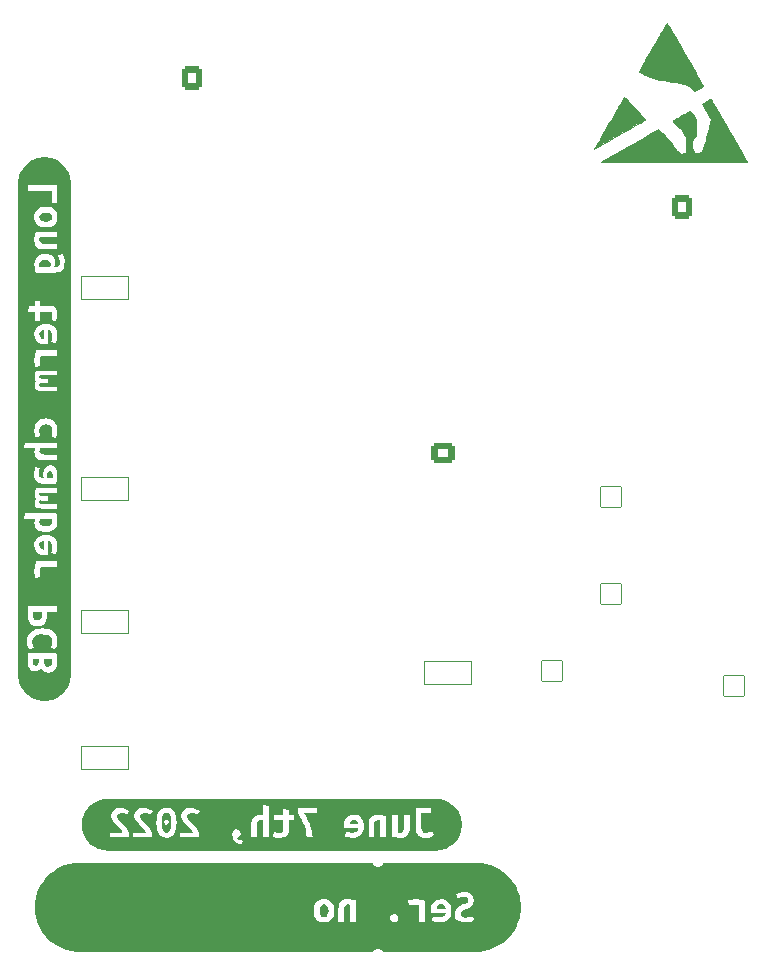
<source format=gbo>
%TF.GenerationSoftware,KiCad,Pcbnew,(6.0.5)*%
%TF.CreationDate,2022-06-07T15:07:26+00:00*%
%TF.ProjectId,co2_sensor_node,636f325f-7365-46e7-936f-725f6e6f6465,rev?*%
%TF.SameCoordinates,Original*%
%TF.FileFunction,Legend,Bot*%
%TF.FilePolarity,Positive*%
%FSLAX46Y46*%
G04 Gerber Fmt 4.6, Leading zero omitted, Abs format (unit mm)*
G04 Created by KiCad (PCBNEW (6.0.5)) date 2022-06-07 15:07:26*
%MOMM*%
%LPD*%
G01*
G04 APERTURE LIST*
G04 Aperture macros list*
%AMRoundRect*
0 Rectangle with rounded corners*
0 $1 Rounding radius*
0 $2 $3 $4 $5 $6 $7 $8 $9 X,Y pos of 4 corners*
0 Add a 4 corners polygon primitive as box body*
4,1,4,$2,$3,$4,$5,$6,$7,$8,$9,$2,$3,0*
0 Add four circle primitives for the rounded corners*
1,1,$1+$1,$2,$3*
1,1,$1+$1,$4,$5*
1,1,$1+$1,$6,$7*
1,1,$1+$1,$8,$9*
0 Add four rect primitives between the rounded corners*
20,1,$1+$1,$2,$3,$4,$5,0*
20,1,$1+$1,$4,$5,$6,$7,0*
20,1,$1+$1,$6,$7,$8,$9,0*
20,1,$1+$1,$8,$9,$2,$3,0*%
G04 Aperture macros list end*
%ADD10C,0.010000*%
%ADD11RoundRect,0.015000X0.850000X0.850000X-0.850000X0.850000X-0.850000X-0.850000X0.850000X-0.850000X0*%
%ADD12O,1.730000X1.730000*%
%ADD13C,2.030000*%
%ADD14RoundRect,0.015000X1.980000X-0.990000X1.980000X0.990000X-1.980000X0.990000X-1.980000X-0.990000X0*%
%ADD15O,3.990000X2.010000*%
%ADD16C,3.230000*%
%ADD17RoundRect,0.015000X0.850000X-0.850000X0.850000X0.850000X-0.850000X0.850000X-0.850000X-0.850000X0*%
%ADD18RoundRect,0.265000X-0.725000X0.600000X-0.725000X-0.600000X0.725000X-0.600000X0.725000X0.600000X0*%
%ADD19O,1.980000X1.730000*%
%ADD20RoundRect,0.015000X-0.850000X-0.850000X0.850000X-0.850000X0.850000X0.850000X-0.850000X0.850000X0*%
%ADD21C,1.230000*%
%ADD22RoundRect,0.265000X-0.750000X0.600000X-0.750000X-0.600000X0.750000X-0.600000X0.750000X0.600000X0*%
%ADD23O,2.030000X1.730000*%
%ADD24RoundRect,0.265000X-0.600000X-0.725000X0.600000X-0.725000X0.600000X0.725000X-0.600000X0.725000X0*%
%ADD25O,1.730000X1.980000*%
%ADD26RoundRect,0.015000X-0.800000X-0.800000X0.800000X-0.800000X0.800000X0.800000X-0.800000X0.800000X0*%
%ADD27C,1.630000*%
%ADD28C,1.030000*%
%ADD29RoundRect,0.015000X-1.980000X0.990000X-1.980000X-0.990000X1.980000X-0.990000X1.980000X0.990000X0*%
G04 APERTURE END LIST*
%TO.C,REF\u002A\u002A*%
G36*
X174191121Y-66646350D02*
G01*
X174214186Y-66681023D01*
X174265001Y-66764324D01*
X174341015Y-66891823D01*
X174439674Y-67059091D01*
X174558426Y-67261699D01*
X174694719Y-67495218D01*
X174846001Y-67755216D01*
X175009719Y-68037266D01*
X175183320Y-68336937D01*
X175364253Y-68649801D01*
X175549964Y-68971427D01*
X175737902Y-69297386D01*
X175925515Y-69623248D01*
X176110249Y-69944584D01*
X176289552Y-70256965D01*
X176460872Y-70555961D01*
X176621657Y-70837143D01*
X176769354Y-71096080D01*
X176901411Y-71328344D01*
X177015275Y-71529505D01*
X177108395Y-71695134D01*
X177178217Y-71820800D01*
X177222189Y-71902075D01*
X177237759Y-71934529D01*
X177237774Y-71934776D01*
X177212666Y-71968832D01*
X177140517Y-72026559D01*
X177028834Y-72102494D01*
X176885122Y-72191175D01*
X176788746Y-72247905D01*
X176650065Y-72326793D01*
X176553469Y-72376509D01*
X176492485Y-72399849D01*
X176460640Y-72399612D01*
X176451464Y-72378594D01*
X176450765Y-72375167D01*
X176424537Y-72333364D01*
X176368000Y-72262279D01*
X176291572Y-72175167D01*
X176256311Y-72137750D01*
X176146964Y-72037024D01*
X176026044Y-71950931D01*
X175886365Y-71876947D01*
X175720741Y-71812546D01*
X175521985Y-71755204D01*
X175282910Y-71702397D01*
X174996332Y-71651600D01*
X174655063Y-71600290D01*
X174262269Y-71542454D01*
X173882549Y-71480346D01*
X173550521Y-71418088D01*
X173258764Y-71353884D01*
X172999854Y-71285938D01*
X172766367Y-71212453D01*
X172550881Y-71131635D01*
X172345971Y-71041687D01*
X172195377Y-70967509D01*
X172051530Y-70889450D01*
X171937773Y-70819764D01*
X171862998Y-70763930D01*
X171836098Y-70727429D01*
X171836892Y-70724740D01*
X171858561Y-70681724D01*
X171907690Y-70591645D01*
X171981371Y-70459544D01*
X172076695Y-70290466D01*
X172190753Y-70089455D01*
X172320637Y-69861552D01*
X172463438Y-69611802D01*
X172616248Y-69345248D01*
X172776158Y-69066934D01*
X172940260Y-68781902D01*
X173105644Y-68495197D01*
X173269403Y-68211860D01*
X173428627Y-67936937D01*
X173580408Y-67675469D01*
X173721838Y-67432501D01*
X173850008Y-67213076D01*
X173962009Y-67022237D01*
X174054933Y-66865028D01*
X174125871Y-66746491D01*
X174171915Y-66671671D01*
X174190155Y-66645610D01*
X174191121Y-66646350D01*
G37*
D10*
X174191121Y-66646350D02*
X174214186Y-66681023D01*
X174265001Y-66764324D01*
X174341015Y-66891823D01*
X174439674Y-67059091D01*
X174558426Y-67261699D01*
X174694719Y-67495218D01*
X174846001Y-67755216D01*
X175009719Y-68037266D01*
X175183320Y-68336937D01*
X175364253Y-68649801D01*
X175549964Y-68971427D01*
X175737902Y-69297386D01*
X175925515Y-69623248D01*
X176110249Y-69944584D01*
X176289552Y-70256965D01*
X176460872Y-70555961D01*
X176621657Y-70837143D01*
X176769354Y-71096080D01*
X176901411Y-71328344D01*
X177015275Y-71529505D01*
X177108395Y-71695134D01*
X177178217Y-71820800D01*
X177222189Y-71902075D01*
X177237759Y-71934529D01*
X177237774Y-71934776D01*
X177212666Y-71968832D01*
X177140517Y-72026559D01*
X177028834Y-72102494D01*
X176885122Y-72191175D01*
X176788746Y-72247905D01*
X176650065Y-72326793D01*
X176553469Y-72376509D01*
X176492485Y-72399849D01*
X176460640Y-72399612D01*
X176451464Y-72378594D01*
X176450765Y-72375167D01*
X176424537Y-72333364D01*
X176368000Y-72262279D01*
X176291572Y-72175167D01*
X176256311Y-72137750D01*
X176146964Y-72037024D01*
X176026044Y-71950931D01*
X175886365Y-71876947D01*
X175720741Y-71812546D01*
X175521985Y-71755204D01*
X175282910Y-71702397D01*
X174996332Y-71651600D01*
X174655063Y-71600290D01*
X174262269Y-71542454D01*
X173882549Y-71480346D01*
X173550521Y-71418088D01*
X173258764Y-71353884D01*
X172999854Y-71285938D01*
X172766367Y-71212453D01*
X172550881Y-71131635D01*
X172345971Y-71041687D01*
X172195377Y-70967509D01*
X172051530Y-70889450D01*
X171937773Y-70819764D01*
X171862998Y-70763930D01*
X171836098Y-70727429D01*
X171836892Y-70724740D01*
X171858561Y-70681724D01*
X171907690Y-70591645D01*
X171981371Y-70459544D01*
X172076695Y-70290466D01*
X172190753Y-70089455D01*
X172320637Y-69861552D01*
X172463438Y-69611802D01*
X172616248Y-69345248D01*
X172776158Y-69066934D01*
X172940260Y-68781902D01*
X173105644Y-68495197D01*
X173269403Y-68211860D01*
X173428627Y-67936937D01*
X173580408Y-67675469D01*
X173721838Y-67432501D01*
X173850008Y-67213076D01*
X173962009Y-67022237D01*
X174054933Y-66865028D01*
X174125871Y-66746491D01*
X174171915Y-66671671D01*
X174190155Y-66645610D01*
X174191121Y-66646350D01*
G36*
X170665672Y-72984726D02*
G01*
X170694047Y-73012065D01*
X170776784Y-73095439D01*
X170886214Y-73208945D01*
X171017021Y-73346795D01*
X171163886Y-73503198D01*
X171321492Y-73672365D01*
X171484521Y-73848506D01*
X171647655Y-74025832D01*
X171805576Y-74198553D01*
X171952966Y-74360879D01*
X172084508Y-74507020D01*
X172194883Y-74631188D01*
X172278773Y-74727591D01*
X172330862Y-74790441D01*
X172345830Y-74813948D01*
X172340693Y-74816544D01*
X172291570Y-74843957D01*
X172194409Y-74899227D01*
X172053304Y-74979996D01*
X171872347Y-75083910D01*
X171655630Y-75208610D01*
X171407248Y-75351743D01*
X171131291Y-75510950D01*
X170831853Y-75683877D01*
X170513026Y-75868167D01*
X170178903Y-76061464D01*
X170054016Y-76133735D01*
X169725767Y-76323613D01*
X169414716Y-76503428D01*
X169124909Y-76670848D01*
X168860391Y-76823542D01*
X168625208Y-76959178D01*
X168423405Y-77075422D01*
X168259027Y-77169942D01*
X168136119Y-77240407D01*
X168058728Y-77284484D01*
X168030898Y-77299841D01*
X168032150Y-77291663D01*
X168054986Y-77244661D01*
X168096987Y-77169573D01*
X168122752Y-77125128D01*
X168177545Y-77030347D01*
X168258174Y-76890755D01*
X168362019Y-76710889D01*
X168486462Y-76495284D01*
X168628886Y-76248480D01*
X168786670Y-75975012D01*
X168957197Y-75679418D01*
X169137848Y-75366235D01*
X169326005Y-75040000D01*
X169510243Y-74720646D01*
X169689360Y-74410374D01*
X169857787Y-74118824D01*
X170012994Y-73850367D01*
X170152451Y-73609370D01*
X170273628Y-73400204D01*
X170373996Y-73227238D01*
X170451025Y-73094843D01*
X170502184Y-73007386D01*
X170524944Y-72969238D01*
X170571641Y-72896403D01*
X170665672Y-72984726D01*
G37*
X170665672Y-72984726D02*
X170694047Y-73012065D01*
X170776784Y-73095439D01*
X170886214Y-73208945D01*
X171017021Y-73346795D01*
X171163886Y-73503198D01*
X171321492Y-73672365D01*
X171484521Y-73848506D01*
X171647655Y-74025832D01*
X171805576Y-74198553D01*
X171952966Y-74360879D01*
X172084508Y-74507020D01*
X172194883Y-74631188D01*
X172278773Y-74727591D01*
X172330862Y-74790441D01*
X172345830Y-74813948D01*
X172340693Y-74816544D01*
X172291570Y-74843957D01*
X172194409Y-74899227D01*
X172053304Y-74979996D01*
X171872347Y-75083910D01*
X171655630Y-75208610D01*
X171407248Y-75351743D01*
X171131291Y-75510950D01*
X170831853Y-75683877D01*
X170513026Y-75868167D01*
X170178903Y-76061464D01*
X170054016Y-76133735D01*
X169725767Y-76323613D01*
X169414716Y-76503428D01*
X169124909Y-76670848D01*
X168860391Y-76823542D01*
X168625208Y-76959178D01*
X168423405Y-77075422D01*
X168259027Y-77169942D01*
X168136119Y-77240407D01*
X168058728Y-77284484D01*
X168030898Y-77299841D01*
X168032150Y-77291663D01*
X168054986Y-77244661D01*
X168096987Y-77169573D01*
X168122752Y-77125128D01*
X168177545Y-77030347D01*
X168258174Y-76890755D01*
X168362019Y-76710889D01*
X168486462Y-76495284D01*
X168628886Y-76248480D01*
X168786670Y-75975012D01*
X168957197Y-75679418D01*
X169137848Y-75366235D01*
X169326005Y-75040000D01*
X169510243Y-74720646D01*
X169689360Y-74410374D01*
X169857787Y-74118824D01*
X170012994Y-73850367D01*
X170152451Y-73609370D01*
X170273628Y-73400204D01*
X170373996Y-73227238D01*
X170451025Y-73094843D01*
X170502184Y-73007386D01*
X170524944Y-72969238D01*
X170571641Y-72896403D01*
X170665672Y-72984726D01*
G36*
X177920095Y-73092080D02*
G01*
X177931604Y-73109250D01*
X177972730Y-73176692D01*
X178040359Y-73290401D01*
X178131901Y-73445937D01*
X178244767Y-73638864D01*
X178376368Y-73864743D01*
X178524116Y-74119136D01*
X178685422Y-74397606D01*
X178857696Y-74695715D01*
X179038351Y-75009025D01*
X179087895Y-75095043D01*
X179283800Y-75435151D01*
X179481018Y-75777509D01*
X179675520Y-76115125D01*
X179863277Y-76441007D01*
X180040262Y-76748164D01*
X180202444Y-77029603D01*
X180345796Y-77278332D01*
X180466289Y-77487360D01*
X180559894Y-77649695D01*
X181002061Y-78416342D01*
X174802152Y-78416342D01*
X174545843Y-78416319D01*
X173935000Y-78416085D01*
X173342864Y-78415604D01*
X172772319Y-78414889D01*
X172226247Y-78413952D01*
X171707531Y-78412807D01*
X171219054Y-78411464D01*
X170763699Y-78409937D01*
X170344348Y-78408238D01*
X169963886Y-78406379D01*
X169625194Y-78404373D01*
X169331156Y-78402231D01*
X169084654Y-78399966D01*
X168888572Y-78397592D01*
X168745792Y-78395118D01*
X168659197Y-78392560D01*
X168631671Y-78389927D01*
X168652109Y-78376608D01*
X168722622Y-78334167D01*
X168838443Y-78265841D01*
X168994861Y-78174342D01*
X169187166Y-78062380D01*
X169410646Y-77932666D01*
X169660592Y-77787908D01*
X169932292Y-77630819D01*
X170221036Y-77464109D01*
X170522112Y-77290487D01*
X170830811Y-77112665D01*
X171142421Y-76933352D01*
X171452232Y-76755259D01*
X171755533Y-76581097D01*
X172047613Y-76413576D01*
X172323762Y-76255406D01*
X172579268Y-76109298D01*
X172809422Y-75977962D01*
X173009512Y-75864109D01*
X173174828Y-75770449D01*
X173300659Y-75699692D01*
X173382294Y-75654548D01*
X173415022Y-75637729D01*
X173436379Y-75641898D01*
X173500716Y-75679817D01*
X173592443Y-75750065D01*
X173701480Y-75845339D01*
X173799690Y-75940713D01*
X173924778Y-76070633D01*
X174064737Y-76222311D01*
X174212393Y-76387396D01*
X174360571Y-76557536D01*
X174502097Y-76724381D01*
X174629797Y-76879578D01*
X174736495Y-77014778D01*
X174815018Y-77121628D01*
X174858191Y-77191778D01*
X174887012Y-77243010D01*
X174965287Y-77349032D01*
X175065917Y-77461825D01*
X175174553Y-77566924D01*
X175276848Y-77649861D01*
X175358455Y-77696172D01*
X175448584Y-77706876D01*
X175568853Y-77677291D01*
X175683158Y-77609453D01*
X175771866Y-77512106D01*
X175787227Y-77486850D01*
X175806784Y-77445487D01*
X175819531Y-77395708D01*
X175826285Y-77326819D01*
X175827863Y-77228124D01*
X175825082Y-77088929D01*
X175818762Y-76898537D01*
X175814233Y-76788404D01*
X175804609Y-76614234D01*
X175793251Y-76461799D01*
X175781217Y-76344498D01*
X175769566Y-76275732D01*
X175741358Y-76197176D01*
X175657733Y-76042480D01*
X175527790Y-75859183D01*
X175349941Y-75645134D01*
X175122600Y-75398180D01*
X175023944Y-75294132D01*
X174909876Y-75171393D01*
X174815729Y-75067330D01*
X174749248Y-74990533D01*
X174718178Y-74949593D01*
X174714984Y-74943092D01*
X174711154Y-74915107D01*
X174730290Y-74884078D01*
X174780230Y-74843319D01*
X174868813Y-74786143D01*
X175003876Y-74705864D01*
X175118695Y-74638844D01*
X175329984Y-74516247D01*
X175496342Y-74421018D01*
X175623356Y-74350066D01*
X175716613Y-74300299D01*
X175781701Y-74268626D01*
X175824208Y-74251954D01*
X175868194Y-74233456D01*
X175893903Y-74208615D01*
X175896308Y-74202756D01*
X175933923Y-74170168D01*
X176002670Y-74128196D01*
X176111438Y-74069621D01*
X176191748Y-74144384D01*
X176220115Y-74174673D01*
X176286111Y-74256987D01*
X176366693Y-74366891D01*
X176450365Y-74489062D01*
X176628672Y-74758978D01*
X176614678Y-76158470D01*
X176512787Y-76257467D01*
X176478549Y-76292759D01*
X176368753Y-76451320D01*
X176304661Y-76639870D01*
X176282824Y-76867561D01*
X176288247Y-76989559D01*
X176326522Y-77204756D01*
X176396282Y-77401166D01*
X176491484Y-77558764D01*
X176557590Y-77616228D01*
X176675099Y-77659875D01*
X176808122Y-77664909D01*
X176939632Y-77633656D01*
X177052603Y-77568440D01*
X177130007Y-77471586D01*
X177132540Y-77466337D01*
X177179327Y-77370451D01*
X177228879Y-77270244D01*
X177270945Y-77176174D01*
X177331288Y-77017621D01*
X177397864Y-76822145D01*
X177468359Y-76598457D01*
X177540458Y-76355269D01*
X177611850Y-76101290D01*
X177680220Y-75845232D01*
X177743254Y-75595804D01*
X177798640Y-75361719D01*
X177844064Y-75151687D01*
X177877212Y-74974418D01*
X177895771Y-74838624D01*
X177897428Y-74753014D01*
X177893695Y-74733565D01*
X177857317Y-74635112D01*
X177789814Y-74503398D01*
X177697110Y-74350331D01*
X177661529Y-74295170D01*
X177518565Y-74070245D01*
X177397040Y-73873544D01*
X177299634Y-73709665D01*
X177229029Y-73583210D01*
X177187904Y-73498780D01*
X177178939Y-73460974D01*
X177179977Y-73459641D01*
X177217090Y-73432410D01*
X177296404Y-73382638D01*
X177407053Y-73316952D01*
X177538168Y-73241977D01*
X177549253Y-73235752D01*
X177691615Y-73157425D01*
X177790763Y-73107473D01*
X177855813Y-73082317D01*
X177895885Y-73078379D01*
X177920095Y-73092080D01*
G37*
X177920095Y-73092080D02*
X177931604Y-73109250D01*
X177972730Y-73176692D01*
X178040359Y-73290401D01*
X178131901Y-73445937D01*
X178244767Y-73638864D01*
X178376368Y-73864743D01*
X178524116Y-74119136D01*
X178685422Y-74397606D01*
X178857696Y-74695715D01*
X179038351Y-75009025D01*
X179087895Y-75095043D01*
X179283800Y-75435151D01*
X179481018Y-75777509D01*
X179675520Y-76115125D01*
X179863277Y-76441007D01*
X180040262Y-76748164D01*
X180202444Y-77029603D01*
X180345796Y-77278332D01*
X180466289Y-77487360D01*
X180559894Y-77649695D01*
X181002061Y-78416342D01*
X174802152Y-78416342D01*
X174545843Y-78416319D01*
X173935000Y-78416085D01*
X173342864Y-78415604D01*
X172772319Y-78414889D01*
X172226247Y-78413952D01*
X171707531Y-78412807D01*
X171219054Y-78411464D01*
X170763699Y-78409937D01*
X170344348Y-78408238D01*
X169963886Y-78406379D01*
X169625194Y-78404373D01*
X169331156Y-78402231D01*
X169084654Y-78399966D01*
X168888572Y-78397592D01*
X168745792Y-78395118D01*
X168659197Y-78392560D01*
X168631671Y-78389927D01*
X168652109Y-78376608D01*
X168722622Y-78334167D01*
X168838443Y-78265841D01*
X168994861Y-78174342D01*
X169187166Y-78062380D01*
X169410646Y-77932666D01*
X169660592Y-77787908D01*
X169932292Y-77630819D01*
X170221036Y-77464109D01*
X170522112Y-77290487D01*
X170830811Y-77112665D01*
X171142421Y-76933352D01*
X171452232Y-76755259D01*
X171755533Y-76581097D01*
X172047613Y-76413576D01*
X172323762Y-76255406D01*
X172579268Y-76109298D01*
X172809422Y-75977962D01*
X173009512Y-75864109D01*
X173174828Y-75770449D01*
X173300659Y-75699692D01*
X173382294Y-75654548D01*
X173415022Y-75637729D01*
X173436379Y-75641898D01*
X173500716Y-75679817D01*
X173592443Y-75750065D01*
X173701480Y-75845339D01*
X173799690Y-75940713D01*
X173924778Y-76070633D01*
X174064737Y-76222311D01*
X174212393Y-76387396D01*
X174360571Y-76557536D01*
X174502097Y-76724381D01*
X174629797Y-76879578D01*
X174736495Y-77014778D01*
X174815018Y-77121628D01*
X174858191Y-77191778D01*
X174887012Y-77243010D01*
X174965287Y-77349032D01*
X175065917Y-77461825D01*
X175174553Y-77566924D01*
X175276848Y-77649861D01*
X175358455Y-77696172D01*
X175448584Y-77706876D01*
X175568853Y-77677291D01*
X175683158Y-77609453D01*
X175771866Y-77512106D01*
X175787227Y-77486850D01*
X175806784Y-77445487D01*
X175819531Y-77395708D01*
X175826285Y-77326819D01*
X175827863Y-77228124D01*
X175825082Y-77088929D01*
X175818762Y-76898537D01*
X175814233Y-76788404D01*
X175804609Y-76614234D01*
X175793251Y-76461799D01*
X175781217Y-76344498D01*
X175769566Y-76275732D01*
X175741358Y-76197176D01*
X175657733Y-76042480D01*
X175527790Y-75859183D01*
X175349941Y-75645134D01*
X175122600Y-75398180D01*
X175023944Y-75294132D01*
X174909876Y-75171393D01*
X174815729Y-75067330D01*
X174749248Y-74990533D01*
X174718178Y-74949593D01*
X174714984Y-74943092D01*
X174711154Y-74915107D01*
X174730290Y-74884078D01*
X174780230Y-74843319D01*
X174868813Y-74786143D01*
X175003876Y-74705864D01*
X175118695Y-74638844D01*
X175329984Y-74516247D01*
X175496342Y-74421018D01*
X175623356Y-74350066D01*
X175716613Y-74300299D01*
X175781701Y-74268626D01*
X175824208Y-74251954D01*
X175868194Y-74233456D01*
X175893903Y-74208615D01*
X175896308Y-74202756D01*
X175933923Y-74170168D01*
X176002670Y-74128196D01*
X176111438Y-74069621D01*
X176191748Y-74144384D01*
X176220115Y-74174673D01*
X176286111Y-74256987D01*
X176366693Y-74366891D01*
X176450365Y-74489062D01*
X176628672Y-74758978D01*
X176614678Y-76158470D01*
X176512787Y-76257467D01*
X176478549Y-76292759D01*
X176368753Y-76451320D01*
X176304661Y-76639870D01*
X176282824Y-76867561D01*
X176288247Y-76989559D01*
X176326522Y-77204756D01*
X176396282Y-77401166D01*
X176491484Y-77558764D01*
X176557590Y-77616228D01*
X176675099Y-77659875D01*
X176808122Y-77664909D01*
X176939632Y-77633656D01*
X177052603Y-77568440D01*
X177130007Y-77471586D01*
X177132540Y-77466337D01*
X177179327Y-77370451D01*
X177228879Y-77270244D01*
X177270945Y-77176174D01*
X177331288Y-77017621D01*
X177397864Y-76822145D01*
X177468359Y-76598457D01*
X177540458Y-76355269D01*
X177611850Y-76101290D01*
X177680220Y-75845232D01*
X177743254Y-75595804D01*
X177798640Y-75361719D01*
X177844064Y-75151687D01*
X177877212Y-74974418D01*
X177895771Y-74838624D01*
X177897428Y-74753014D01*
X177893695Y-74733565D01*
X177857317Y-74635112D01*
X177789814Y-74503398D01*
X177697110Y-74350331D01*
X177661529Y-74295170D01*
X177518565Y-74070245D01*
X177397040Y-73873544D01*
X177299634Y-73709665D01*
X177229029Y-73583210D01*
X177187904Y-73498780D01*
X177178939Y-73460974D01*
X177179977Y-73459641D01*
X177217090Y-73432410D01*
X177296404Y-73382638D01*
X177407053Y-73316952D01*
X177538168Y-73241977D01*
X177549253Y-73235752D01*
X177691615Y-73157425D01*
X177790763Y-73107473D01*
X177855813Y-73082317D01*
X177895885Y-73078379D01*
X177920095Y-73092080D01*
%TO.C,kibuzzard-629F66E0*%
G36*
X119651509Y-123034018D02*
G01*
X119539347Y-122846887D01*
X119446067Y-122649663D01*
X119372567Y-122444246D01*
X119319556Y-122232613D01*
X119287544Y-122016804D01*
X119276839Y-121798896D01*
X119276839Y-120621500D01*
X120059344Y-120621500D01*
X120073730Y-120873516D01*
X120116891Y-121073938D01*
X120267703Y-121347782D01*
X120476062Y-121482719D01*
X120706250Y-121518438D01*
X120870953Y-121497106D01*
X121015812Y-121433110D01*
X121230125Y-121204907D01*
X121337281Y-121414754D01*
X121476187Y-121544235D01*
X121634938Y-121611207D01*
X121801625Y-121633532D01*
X122005520Y-121614680D01*
X122172703Y-121558125D01*
X122410828Y-121353735D01*
X122487227Y-121212844D01*
X122537828Y-121048141D01*
X122566105Y-120865082D01*
X122575531Y-120669125D01*
X122571066Y-120503430D01*
X122557672Y-120331782D01*
X122535348Y-120158149D01*
X122504094Y-119986500D01*
X120118875Y-119986500D01*
X120077203Y-120292094D01*
X120059344Y-120621500D01*
X119276839Y-120621500D01*
X119276839Y-119010188D01*
X120031562Y-119010188D01*
X120053391Y-119246328D01*
X120103000Y-119430875D01*
X120162531Y-119563828D01*
X120210156Y-119645188D01*
X120599094Y-119518188D01*
X120497891Y-119297922D01*
X120456219Y-119002250D01*
X120497891Y-118778016D01*
X120636797Y-118583547D01*
X120896750Y-118444641D01*
X121079312Y-118404457D01*
X121301562Y-118391063D01*
X121560193Y-118407158D01*
X121775167Y-118455445D01*
X121946484Y-118535922D01*
X122114660Y-118726918D01*
X122170719Y-119010188D01*
X122127063Y-119325703D01*
X122039750Y-119526125D01*
X122424719Y-119649157D01*
X122541797Y-119369360D01*
X122581980Y-119179356D01*
X122595375Y-118962563D01*
X122558333Y-118643299D01*
X122447208Y-118378716D01*
X122262000Y-118168813D01*
X122077701Y-118049006D01*
X121858180Y-117963430D01*
X121603436Y-117912084D01*
X121313469Y-117894969D01*
X121024742Y-117915805D01*
X120769750Y-117978313D01*
X120549980Y-118078028D01*
X120366922Y-118210485D01*
X120222062Y-118373203D01*
X120116891Y-118563703D01*
X120052895Y-118777520D01*
X120031562Y-119010188D01*
X119276839Y-119010188D01*
X119276839Y-116692438D01*
X120059344Y-116692438D01*
X120080731Y-116981275D01*
X120144892Y-117223368D01*
X120251828Y-117418719D01*
X120407271Y-117562035D01*
X120616953Y-117648025D01*
X120880875Y-117676688D01*
X121147443Y-117647804D01*
X121359771Y-117561153D01*
X121517859Y-117416735D01*
X121627000Y-117219400D01*
X121692484Y-116973999D01*
X121714313Y-116680532D01*
X121714313Y-116505907D01*
X122543781Y-116505907D01*
X122543781Y-116017750D01*
X120118875Y-116017750D01*
X120091094Y-116178485D01*
X120073234Y-116359063D01*
X120063312Y-116537657D01*
X120059344Y-116692438D01*
X119276839Y-116692438D01*
X119276839Y-113065000D01*
X120642750Y-113065000D01*
X120646719Y-113178110D01*
X120660609Y-113334875D01*
X120684422Y-113503547D01*
X120722125Y-113656344D01*
X121174562Y-113569032D01*
X121150750Y-113455922D01*
X121128922Y-113322969D01*
X121115031Y-113192000D01*
X121111062Y-113084844D01*
X121120984Y-112882438D01*
X121158687Y-112680032D01*
X122543781Y-112680032D01*
X122543781Y-112187907D01*
X120801500Y-112187907D01*
X120737008Y-112384856D01*
X120686406Y-112586766D01*
X120653664Y-112808520D01*
X120642750Y-113065000D01*
X119276839Y-113065000D01*
X119276839Y-110854407D01*
X120630844Y-110854407D01*
X120657964Y-111107525D01*
X120739323Y-111316545D01*
X120874922Y-111481469D01*
X121062556Y-111600532D01*
X121300019Y-111671969D01*
X121587313Y-111695782D01*
X121686531Y-111693797D01*
X121769875Y-111687844D01*
X121769875Y-110477375D01*
X121933090Y-110515078D01*
X122057609Y-110628188D01*
X122136488Y-110800828D01*
X122162781Y-111017125D01*
X122131031Y-111296922D01*
X122067531Y-111521157D01*
X122484250Y-111588625D01*
X122557672Y-111318750D01*
X122587438Y-110997282D01*
X122572059Y-110771559D01*
X122525922Y-110570641D01*
X122449523Y-110396016D01*
X122343359Y-110249172D01*
X122207926Y-110131598D01*
X122043719Y-110044782D01*
X121850242Y-109991203D01*
X121627000Y-109973344D01*
X121395820Y-109992196D01*
X121194406Y-110048750D01*
X121023254Y-110136063D01*
X120882859Y-110247188D01*
X120773223Y-110379149D01*
X120694344Y-110528969D01*
X120646719Y-110689703D01*
X120630844Y-110854407D01*
X119276839Y-110854407D01*
X119276839Y-108600157D01*
X119789469Y-108600157D01*
X120722125Y-108600157D01*
X120656641Y-108798594D01*
X120638781Y-108989094D01*
X120656145Y-109160743D01*
X120708234Y-109310563D01*
X120906672Y-109542735D01*
X121048059Y-109624590D01*
X121214250Y-109683625D01*
X121402766Y-109719344D01*
X121611125Y-109731250D01*
X121822957Y-109716368D01*
X122013953Y-109671719D01*
X122181137Y-109598297D01*
X122321531Y-109497094D01*
X122434145Y-109369102D01*
X122517984Y-109215313D01*
X122570074Y-109036719D01*
X122587438Y-108834313D01*
X122580492Y-108641828D01*
X122559656Y-108445375D01*
X122527906Y-108262813D01*
X122488219Y-108112000D01*
X119872812Y-108112000D01*
X119789469Y-108600157D01*
X119276839Y-108600157D01*
X119276839Y-107242844D01*
X120658625Y-107242844D01*
X120706250Y-107496844D01*
X120849125Y-107653610D01*
X121089234Y-107731000D01*
X121246496Y-107745883D01*
X121428562Y-107750844D01*
X122543781Y-107750844D01*
X122543781Y-107353969D01*
X121404750Y-107353969D01*
X121226156Y-107340078D01*
X121122969Y-107304360D01*
X121075344Y-107252766D01*
X121063437Y-107191250D01*
X121069391Y-107115844D01*
X121091219Y-107044407D01*
X121257906Y-107064250D01*
X121460312Y-107072188D01*
X121833375Y-107072188D01*
X121833375Y-106675313D01*
X121404750Y-106675313D01*
X121138844Y-106637610D01*
X121063437Y-106516563D01*
X121067406Y-106459016D01*
X121079312Y-106393532D01*
X122543781Y-106393532D01*
X122543781Y-105996657D01*
X120749906Y-105996657D01*
X120682437Y-106302250D01*
X120658625Y-106568157D01*
X120684422Y-106752703D01*
X120769750Y-106893594D01*
X120692359Y-107052344D01*
X120658625Y-107242844D01*
X119276839Y-107242844D01*
X119276839Y-104849688D01*
X120630844Y-104849688D01*
X120644238Y-105060528D01*
X120684422Y-105232672D01*
X120835234Y-105476750D01*
X121073359Y-105607719D01*
X121388875Y-105647407D01*
X122500125Y-105647407D01*
X122555688Y-105329907D01*
X122579500Y-105106664D01*
X122587438Y-104857625D01*
X122555688Y-104534172D01*
X122450516Y-104286125D01*
X122260016Y-104127375D01*
X121972281Y-104071813D01*
X121698438Y-104135313D01*
X121519844Y-104305969D01*
X121422609Y-104552032D01*
X121392844Y-104841750D01*
X121400781Y-105021336D01*
X121424594Y-105179094D01*
X121365062Y-105179094D01*
X121132891Y-105091782D01*
X121062941Y-104972719D01*
X121039625Y-104790157D01*
X121059469Y-104522266D01*
X121107094Y-104313907D01*
X120714187Y-104246438D01*
X120656641Y-104504407D01*
X120637293Y-104674071D01*
X120630844Y-104849688D01*
X119276839Y-104849688D01*
X119276839Y-102651000D01*
X119789469Y-102651000D01*
X120694344Y-102651000D01*
X120656641Y-102793875D01*
X120638781Y-102940719D01*
X120654160Y-103130227D01*
X120700297Y-103286000D01*
X120874922Y-103508250D01*
X121144797Y-103627313D01*
X121309996Y-103654102D01*
X121492062Y-103663032D01*
X122543781Y-103663032D01*
X122543781Y-103174875D01*
X121555563Y-103174875D01*
X121330336Y-103159993D01*
X121178531Y-103115344D01*
X121063437Y-102889125D01*
X121079312Y-102756172D01*
X121107094Y-102651000D01*
X122543781Y-102651000D01*
X122543781Y-102162844D01*
X119872812Y-102162844D01*
X119789469Y-102651000D01*
X119276839Y-102651000D01*
X119276839Y-101170657D01*
X120630844Y-101170657D01*
X120654656Y-101472282D01*
X120734031Y-101746125D01*
X121126937Y-101638969D01*
X121077328Y-101462360D01*
X121055500Y-101214313D01*
X121097172Y-100922610D01*
X121212266Y-100734094D01*
X121388875Y-100630907D01*
X121611125Y-100599157D01*
X121841313Y-100635371D01*
X122015938Y-100744016D01*
X122126070Y-100939973D01*
X122162781Y-101238125D01*
X122146906Y-101478235D01*
X122095313Y-101706438D01*
X122496156Y-101777875D01*
X122561641Y-101527844D01*
X122580988Y-101368102D01*
X122587438Y-101182563D01*
X122568586Y-100917153D01*
X122512031Y-100692422D01*
X122422734Y-100506387D01*
X122305656Y-100357063D01*
X122162781Y-100243457D01*
X121996094Y-100164578D01*
X121810555Y-100118442D01*
X121611125Y-100103063D01*
X121414672Y-100118938D01*
X121230125Y-100166563D01*
X121062941Y-100246930D01*
X120918578Y-100361032D01*
X120799516Y-100509364D01*
X120708234Y-100692422D01*
X120650191Y-100912192D01*
X120630844Y-101170657D01*
X119276839Y-101170657D01*
X119276839Y-97320969D01*
X120658625Y-97320969D01*
X120706250Y-97574969D01*
X120849125Y-97731735D01*
X121089234Y-97809125D01*
X121246496Y-97824008D01*
X121428562Y-97828969D01*
X122543781Y-97828969D01*
X122543781Y-97432094D01*
X121404750Y-97432094D01*
X121226156Y-97418203D01*
X121122969Y-97382485D01*
X121075344Y-97330891D01*
X121063437Y-97269375D01*
X121069391Y-97193969D01*
X121091219Y-97122532D01*
X121257906Y-97142375D01*
X121460312Y-97150313D01*
X121833375Y-97150313D01*
X121833375Y-96753438D01*
X121404750Y-96753438D01*
X121138844Y-96715735D01*
X121063437Y-96594688D01*
X121067406Y-96537141D01*
X121079312Y-96471657D01*
X122543781Y-96471657D01*
X122543781Y-96074782D01*
X120749906Y-96074782D01*
X120682437Y-96380375D01*
X120658625Y-96646282D01*
X120684422Y-96830828D01*
X120769750Y-96971719D01*
X120692359Y-97130469D01*
X120658625Y-97320969D01*
X119276839Y-97320969D01*
X119276839Y-95205625D01*
X120642750Y-95205625D01*
X120646719Y-95318735D01*
X120660609Y-95475500D01*
X120684422Y-95644172D01*
X120722125Y-95796969D01*
X121174562Y-95709657D01*
X121150750Y-95596547D01*
X121128922Y-95463594D01*
X121115031Y-95332625D01*
X121111062Y-95225469D01*
X121120984Y-95023063D01*
X121158687Y-94820657D01*
X122543781Y-94820657D01*
X122543781Y-94328532D01*
X120801500Y-94328532D01*
X120737008Y-94525481D01*
X120686406Y-94727391D01*
X120653664Y-94949145D01*
X120642750Y-95205625D01*
X119276839Y-95205625D01*
X119276839Y-92995032D01*
X120630844Y-92995032D01*
X120657964Y-93248150D01*
X120739323Y-93457170D01*
X120874922Y-93622094D01*
X121062556Y-93741157D01*
X121300019Y-93812594D01*
X121587313Y-93836407D01*
X121686531Y-93834422D01*
X121769875Y-93828469D01*
X121769875Y-92618000D01*
X121933090Y-92655703D01*
X122057609Y-92768813D01*
X122136488Y-92941453D01*
X122162781Y-93157750D01*
X122131031Y-93437547D01*
X122067531Y-93661782D01*
X122484250Y-93729250D01*
X122557672Y-93459375D01*
X122587438Y-93137907D01*
X122572059Y-92912184D01*
X122525922Y-92711266D01*
X122449523Y-92536641D01*
X122343359Y-92389797D01*
X122207926Y-92272223D01*
X122043719Y-92185407D01*
X121850242Y-92131828D01*
X121627000Y-92113969D01*
X121395820Y-92132821D01*
X121194406Y-92189375D01*
X121023254Y-92276688D01*
X120882859Y-92387813D01*
X120773223Y-92519774D01*
X120694344Y-92669594D01*
X120646719Y-92830328D01*
X120630844Y-92995032D01*
X119276839Y-92995032D01*
X119276839Y-91062250D01*
X120130781Y-91062250D01*
X120678469Y-91062250D01*
X120678469Y-91844094D01*
X121083281Y-91844094D01*
X121083281Y-91062250D01*
X121837344Y-91062250D01*
X122004031Y-91082094D01*
X122103250Y-91137657D01*
X122150875Y-91224969D01*
X122162781Y-91340063D01*
X122158813Y-91465078D01*
X122144922Y-91576203D01*
X122115156Y-91687328D01*
X122063563Y-91812344D01*
X122484250Y-91879813D01*
X122563625Y-91588110D01*
X122587438Y-91284500D01*
X122559656Y-90982875D01*
X122452500Y-90760625D01*
X122228266Y-90621719D01*
X122061082Y-90586000D01*
X121849250Y-90574094D01*
X121083281Y-90574094D01*
X121083281Y-90149438D01*
X120678469Y-90149438D01*
X120678469Y-90574094D01*
X120210156Y-90574094D01*
X120130781Y-91062250D01*
X119276839Y-91062250D01*
X119276839Y-87113344D01*
X120638781Y-87113344D01*
X120649806Y-87322806D01*
X120682878Y-87543733D01*
X120738000Y-87776125D01*
X122317563Y-87776125D01*
X122595375Y-87751651D01*
X122820271Y-87678230D01*
X122992250Y-87555860D01*
X123113517Y-87379250D01*
X123186278Y-87143110D01*
X123210531Y-86847438D01*
X123201602Y-86676286D01*
X123174813Y-86512078D01*
X123091469Y-86204500D01*
X122678719Y-86295782D01*
X122760078Y-86537875D01*
X122797781Y-86855375D01*
X122768016Y-87065719D01*
X122686656Y-87196688D01*
X122565609Y-87264157D01*
X122416781Y-87284000D01*
X122341375Y-87284000D01*
X122400906Y-87095485D01*
X122420750Y-86910938D01*
X122395174Y-86687144D01*
X122318444Y-86502598D01*
X122190563Y-86357297D01*
X122017260Y-86252566D01*
X121804271Y-86189728D01*
X121551594Y-86168782D01*
X121270694Y-86197004D01*
X121041830Y-86281670D01*
X120865000Y-86422782D01*
X120739323Y-86612400D01*
X120663917Y-86842587D01*
X120638781Y-87113344D01*
X119276839Y-87113344D01*
X119276839Y-85045625D01*
X120638781Y-85045625D01*
X120654160Y-85249024D01*
X120700297Y-85414719D01*
X120874922Y-85646891D01*
X121144797Y-85767938D01*
X121309996Y-85794727D01*
X121492062Y-85803657D01*
X122543781Y-85803657D01*
X122543781Y-85315500D01*
X121555563Y-85315500D01*
X121330336Y-85300618D01*
X121178531Y-85255969D01*
X121063437Y-85013875D01*
X121067406Y-84904735D01*
X121079312Y-84791625D01*
X122543781Y-84791625D01*
X122543781Y-84303469D01*
X120738000Y-84303469D01*
X120703273Y-84449817D01*
X120670531Y-84626922D01*
X120646719Y-84827840D01*
X120638781Y-85045625D01*
X119276839Y-85045625D01*
X119276839Y-83065219D01*
X120630844Y-83065219D01*
X120648207Y-83251254D01*
X120700297Y-83420422D01*
X120784633Y-83570243D01*
X120898734Y-83698235D01*
X121040617Y-83801918D01*
X121208297Y-83878813D01*
X121398301Y-83926438D01*
X121607156Y-83942313D01*
X121818988Y-83926438D01*
X122009984Y-83878813D01*
X122178160Y-83802414D01*
X122321531Y-83700219D01*
X122437617Y-83573715D01*
X122523938Y-83424391D01*
X122577516Y-83254231D01*
X122595375Y-83065219D01*
X122577516Y-82876207D01*
X122523938Y-82706047D01*
X122437617Y-82556227D01*
X122321531Y-82428235D01*
X122178160Y-82324551D01*
X122009984Y-82247657D01*
X121818988Y-82200032D01*
X121607156Y-82184157D01*
X121398301Y-82200528D01*
X121208297Y-82249641D01*
X121040617Y-82328024D01*
X120898734Y-82432203D01*
X120784633Y-82560692D01*
X120700297Y-82712000D01*
X120648207Y-82881664D01*
X120630844Y-83065219D01*
X119276839Y-83065219D01*
X119276839Y-80858594D01*
X120087125Y-80858594D01*
X122138969Y-80858594D01*
X122138969Y-81910313D01*
X122543781Y-81910313D01*
X122543781Y-80366469D01*
X120087125Y-80366469D01*
X120087125Y-80858594D01*
X119276839Y-80858594D01*
X119276839Y-80201105D01*
X119287544Y-79983197D01*
X119319556Y-79767387D01*
X119372567Y-79555755D01*
X119446067Y-79350337D01*
X119539347Y-79153113D01*
X119651509Y-78965982D01*
X119781473Y-78790746D01*
X119927987Y-78629092D01*
X120089641Y-78482578D01*
X120264878Y-78352613D01*
X120452009Y-78240451D01*
X120649233Y-78147171D01*
X120854650Y-78073672D01*
X121066283Y-78020661D01*
X121282092Y-77988648D01*
X121500000Y-77977943D01*
X121717908Y-77988648D01*
X121933717Y-78020661D01*
X122145350Y-78073672D01*
X122350767Y-78147171D01*
X122547991Y-78240451D01*
X122735122Y-78352613D01*
X122910359Y-78482578D01*
X123072013Y-78629092D01*
X123218527Y-78790746D01*
X123348491Y-78965982D01*
X123460653Y-79153113D01*
X123553933Y-79350337D01*
X123627433Y-79555755D01*
X123680444Y-79767387D01*
X123712456Y-79983197D01*
X123723161Y-80201105D01*
X123723161Y-121798896D01*
X123712456Y-122016804D01*
X123680444Y-122232613D01*
X123627433Y-122444246D01*
X123553933Y-122649663D01*
X123460653Y-122846887D01*
X123348491Y-123034018D01*
X123218527Y-123209254D01*
X123072012Y-123370908D01*
X122910358Y-123517423D01*
X122735122Y-123647387D01*
X122547991Y-123759549D01*
X122350767Y-123852829D01*
X122145350Y-123926328D01*
X121933717Y-123979339D01*
X121717908Y-124011352D01*
X121500000Y-124022057D01*
X121282092Y-124011352D01*
X121066283Y-123979339D01*
X120854650Y-123926328D01*
X120649233Y-123852829D01*
X120452009Y-123759549D01*
X120264878Y-123647387D01*
X120089642Y-123517423D01*
X119927988Y-123370908D01*
X119781473Y-123209254D01*
X119651509Y-123034018D01*
G37*
G36*
X121837344Y-82702575D02*
G01*
X122015938Y-82769547D01*
X122132023Y-82886129D01*
X122170719Y-83057282D01*
X122132023Y-83224465D01*
X122015938Y-83345016D01*
X121837344Y-83417942D01*
X121611125Y-83442250D01*
X121385402Y-83419926D01*
X121208297Y-83352953D01*
X121093699Y-83236371D01*
X121055500Y-83065219D01*
X121093699Y-82898036D01*
X121208297Y-82777485D01*
X121385402Y-82704559D01*
X121611125Y-82680250D01*
X121837344Y-82702575D01*
G37*
G36*
X122162781Y-108717235D02*
G01*
X122166750Y-108822407D01*
X122134504Y-108993063D01*
X122037766Y-109124032D01*
X121863637Y-109207375D01*
X121599219Y-109235157D01*
X121368039Y-109213825D01*
X121198375Y-109149828D01*
X121094195Y-109042176D01*
X121059469Y-108889875D01*
X121081297Y-108733110D01*
X121134875Y-108600157D01*
X122146906Y-108600157D01*
X122162781Y-108717235D01*
G37*
G36*
X121754496Y-86685711D02*
G01*
X121902828Y-86748219D01*
X122023875Y-87010157D01*
X122004031Y-87158985D01*
X121952438Y-87284000D01*
X121055500Y-87284000D01*
X121039625Y-87184782D01*
X121035656Y-87093500D01*
X121092983Y-86855375D01*
X121264962Y-86712500D01*
X121551594Y-86664875D01*
X121754496Y-86685711D01*
G37*
G36*
X121289656Y-116704344D02*
G01*
X121266340Y-116909727D01*
X121196391Y-117057563D01*
X121069887Y-117146860D01*
X120876906Y-117176625D01*
X120693848Y-117147356D01*
X120573297Y-117059547D01*
X120506324Y-116923121D01*
X120484000Y-116748000D01*
X120485984Y-116626953D01*
X120495906Y-116505907D01*
X121289656Y-116505907D01*
X121289656Y-116704344D01*
G37*
G36*
X122146906Y-120587766D02*
G01*
X122150875Y-120708813D01*
X122136984Y-120871532D01*
X122085391Y-121012422D01*
X121978234Y-121113625D01*
X121801625Y-121153313D01*
X121545641Y-121040203D01*
X121468250Y-120736594D01*
X121468250Y-120474657D01*
X122135000Y-120474657D01*
X122146906Y-120587766D01*
G37*
G36*
X121432531Y-93364125D02*
G01*
X121287672Y-93344282D01*
X121162656Y-93280782D01*
X121073359Y-93169657D01*
X121039625Y-93002969D01*
X121071375Y-92838266D01*
X121158687Y-92723172D01*
X121285687Y-92651735D01*
X121432531Y-92618000D01*
X121432531Y-93364125D01*
G37*
G36*
X121432531Y-111223500D02*
G01*
X121287672Y-111203657D01*
X121162656Y-111140157D01*
X121073359Y-111029032D01*
X121039625Y-110862344D01*
X121071375Y-110697641D01*
X121158687Y-110582547D01*
X121285687Y-110511110D01*
X121432531Y-110477375D01*
X121432531Y-111223500D01*
G37*
G36*
X121063437Y-120665157D02*
G01*
X120982078Y-120946938D01*
X120757844Y-121042188D01*
X120616953Y-121014407D01*
X120533609Y-120939000D01*
X120493922Y-120827875D01*
X120484000Y-120696907D01*
X120487969Y-120581813D01*
X120499875Y-120474657D01*
X121063437Y-120474657D01*
X121063437Y-120665157D01*
G37*
G36*
X122140953Y-104647282D02*
G01*
X122194531Y-104893344D01*
X122192547Y-105048125D01*
X122182625Y-105179094D01*
X121754000Y-105179094D01*
X121740109Y-105064000D01*
X121734156Y-104940969D01*
X121744078Y-104794125D01*
X121777813Y-104669110D01*
X121845281Y-104583782D01*
X121960375Y-104552032D01*
X122140953Y-104647282D01*
G37*
%TO.C,kibuzzard-629F65FE*%
G36*
X158249543Y-137742157D02*
G01*
X158433710Y-137755742D01*
X158616987Y-137778347D01*
X158798935Y-137809918D01*
X158979115Y-137850379D01*
X159157092Y-137899632D01*
X159332438Y-137957558D01*
X159504731Y-138024019D01*
X159673555Y-138098853D01*
X159838504Y-138181881D01*
X159999180Y-138272903D01*
X160155196Y-138371700D01*
X160306176Y-138478032D01*
X160451758Y-138591645D01*
X160591589Y-138712264D01*
X160725333Y-138839599D01*
X160852668Y-138973343D01*
X160973287Y-139113175D01*
X161086900Y-139258756D01*
X161193233Y-139409736D01*
X161292029Y-139565753D01*
X161383051Y-139726429D01*
X161466079Y-139891377D01*
X161540914Y-140060201D01*
X161607374Y-140232494D01*
X161665301Y-140407840D01*
X161714554Y-140585817D01*
X161755014Y-140765997D01*
X161786585Y-140947945D01*
X161809190Y-141131223D01*
X161822775Y-141315389D01*
X161827307Y-141500000D01*
X161822775Y-141684611D01*
X161809190Y-141868777D01*
X161786585Y-142052055D01*
X161755014Y-142234003D01*
X161714554Y-142414183D01*
X161665301Y-142592160D01*
X161607374Y-142767506D01*
X161540914Y-142939799D01*
X161466079Y-143108623D01*
X161383051Y-143273571D01*
X161292029Y-143434247D01*
X161193233Y-143590264D01*
X161086900Y-143741244D01*
X160973287Y-143886825D01*
X160852668Y-144026657D01*
X160725333Y-144160401D01*
X160591589Y-144287736D01*
X160451758Y-144408355D01*
X160306176Y-144521968D01*
X160155196Y-144628300D01*
X159999180Y-144727097D01*
X159838504Y-144818119D01*
X159673555Y-144901147D01*
X159504731Y-144975981D01*
X159332438Y-145042442D01*
X159157092Y-145100368D01*
X158979115Y-145149621D01*
X158798935Y-145190082D01*
X158616987Y-145221653D01*
X158433710Y-145244258D01*
X158249543Y-145257843D01*
X158064932Y-145262375D01*
X124435068Y-145262375D01*
X124250457Y-145257843D01*
X124066290Y-145244258D01*
X123883013Y-145221653D01*
X123701065Y-145190082D01*
X123520885Y-145149621D01*
X123342908Y-145100368D01*
X123167562Y-145042442D01*
X122995269Y-144975981D01*
X122826445Y-144901147D01*
X122661496Y-144818119D01*
X122500820Y-144727097D01*
X122344804Y-144628300D01*
X122193824Y-144521968D01*
X122048242Y-144408355D01*
X121908411Y-144287736D01*
X121774667Y-144160401D01*
X121647332Y-144026657D01*
X121526713Y-143886825D01*
X121413100Y-143741244D01*
X121306767Y-143590264D01*
X121207971Y-143434247D01*
X121116949Y-143273571D01*
X121033921Y-143108623D01*
X120959086Y-142939799D01*
X120892626Y-142767506D01*
X120834699Y-142592160D01*
X120785446Y-142414183D01*
X120744986Y-142234003D01*
X120713415Y-142052055D01*
X120690810Y-141868777D01*
X120685271Y-141793688D01*
X144278818Y-141793688D01*
X144294693Y-142005520D01*
X144342318Y-142196516D01*
X144418716Y-142364691D01*
X144520911Y-142508063D01*
X144647415Y-142624148D01*
X144796740Y-142710469D01*
X144966900Y-142764047D01*
X145155911Y-142781906D01*
X145344923Y-142764047D01*
X145452060Y-142730313D01*
X146386224Y-142730313D01*
X146874380Y-142730313D01*
X146874380Y-141742094D01*
X146889263Y-141516867D01*
X146933911Y-141365062D01*
X147176005Y-141249969D01*
X147285146Y-141253937D01*
X147398255Y-141265844D01*
X147398255Y-142730313D01*
X147886411Y-142730313D01*
X147886411Y-142416781D01*
X150755818Y-142416781D01*
X150862974Y-142682688D01*
X151109036Y-142773969D01*
X151243974Y-142750156D01*
X151357083Y-142680703D01*
X151436458Y-142569578D01*
X151466224Y-142416781D01*
X151436458Y-142267953D01*
X151357083Y-142158813D01*
X151243974Y-142091344D01*
X151109036Y-142067531D01*
X150862974Y-142158813D01*
X150755818Y-142416781D01*
X147886411Y-142416781D01*
X147886411Y-140924531D01*
X147819508Y-140908656D01*
X152267911Y-140908656D01*
X152355224Y-141361094D01*
X152468333Y-141337281D01*
X152601286Y-141315453D01*
X152732255Y-141301562D01*
X152839411Y-141297594D01*
X153041818Y-141307516D01*
X153244224Y-141345219D01*
X153244224Y-142730313D01*
X153736349Y-142730313D01*
X153736349Y-141773844D01*
X154228474Y-141773844D01*
X154230458Y-141873063D01*
X154236411Y-141956406D01*
X155446880Y-141956406D01*
X155409177Y-142119621D01*
X155296068Y-142244141D01*
X155123427Y-142323020D01*
X154907130Y-142349313D01*
X154627333Y-142317563D01*
X154403099Y-142254063D01*
X154335630Y-142670781D01*
X154605505Y-142744203D01*
X154926974Y-142773969D01*
X155152697Y-142758590D01*
X155353615Y-142712453D01*
X155528240Y-142636055D01*
X155675083Y-142529891D01*
X155792658Y-142394457D01*
X155879474Y-142230250D01*
X155926732Y-142059594D01*
X156232693Y-142059594D01*
X156288751Y-142365684D01*
X156456927Y-142593391D01*
X156632214Y-142698122D01*
X156859094Y-142760960D01*
X157137568Y-142781906D01*
X157412404Y-142765535D01*
X157625724Y-142716422D01*
X157899568Y-142595375D01*
X157756693Y-142198500D01*
X157500708Y-142317563D01*
X157335509Y-142359234D01*
X157137568Y-142373125D01*
X156933177Y-142347328D01*
X156804193Y-142275891D01*
X156738708Y-142172703D01*
X156720849Y-142055625D01*
X156764505Y-141920688D01*
X156875630Y-141815516D01*
X157026443Y-141732172D01*
X157193130Y-141662719D01*
X157423318Y-141571438D01*
X157639615Y-141440469D01*
X157800349Y-141244016D01*
X157863849Y-140952312D01*
X157807790Y-140644734D01*
X157639615Y-140412562D01*
X157471384Y-140304524D01*
X157265670Y-140239701D01*
X157022474Y-140218094D01*
X156810642Y-140230992D01*
X156627583Y-140269687D01*
X156343818Y-140384781D01*
X156486693Y-140761812D01*
X156706958Y-140666562D01*
X156986755Y-140626875D01*
X157202832Y-140658184D01*
X157332477Y-140752111D01*
X157375693Y-140908656D01*
X157336005Y-141033672D01*
X157234802Y-141128922D01*
X157095896Y-141202344D01*
X156943099Y-141261875D01*
X156702990Y-141359109D01*
X156472802Y-141501984D01*
X156300161Y-141724234D01*
X156249560Y-141874551D01*
X156232693Y-142059594D01*
X155926732Y-142059594D01*
X155933052Y-142036773D01*
X155950911Y-141813531D01*
X155932060Y-141582352D01*
X155875505Y-141380937D01*
X155788193Y-141209785D01*
X155677068Y-141069391D01*
X155545107Y-140959754D01*
X155395286Y-140880875D01*
X155234552Y-140833250D01*
X155069849Y-140817375D01*
X154816731Y-140844495D01*
X154607710Y-140925854D01*
X154442786Y-141061453D01*
X154323724Y-141249087D01*
X154252286Y-141486550D01*
X154228474Y-141773844D01*
X153736349Y-141773844D01*
X153736349Y-140988031D01*
X153539400Y-140923539D01*
X153337490Y-140872937D01*
X153115736Y-140840195D01*
X152859255Y-140829281D01*
X152746146Y-140833250D01*
X152589380Y-140847141D01*
X152420708Y-140870953D01*
X152267911Y-140908656D01*
X147819508Y-140908656D01*
X147740064Y-140889805D01*
X147562958Y-140857062D01*
X147362040Y-140833250D01*
X147144255Y-140825312D01*
X146940857Y-140840691D01*
X146775161Y-140886828D01*
X146542990Y-141061453D01*
X146421943Y-141331328D01*
X146395154Y-141496527D01*
X146386224Y-141678594D01*
X146386224Y-142730313D01*
X145452060Y-142730313D01*
X145515083Y-142710469D01*
X145664904Y-142624148D01*
X145792896Y-142508063D01*
X145896579Y-142364691D01*
X145973474Y-142196516D01*
X146021099Y-142005520D01*
X146036974Y-141793688D01*
X146020603Y-141584832D01*
X145971490Y-141394828D01*
X145893107Y-141227148D01*
X145788927Y-141085266D01*
X145660439Y-140971164D01*
X145509130Y-140886828D01*
X145339466Y-140834738D01*
X145155911Y-140817375D01*
X144969876Y-140834738D01*
X144800708Y-140886828D01*
X144650888Y-140971164D01*
X144522896Y-141085266D01*
X144419212Y-141227148D01*
X144342318Y-141394828D01*
X144294693Y-141584832D01*
X144278818Y-141793688D01*
X120685271Y-141793688D01*
X120677225Y-141684611D01*
X120672693Y-141500000D01*
X120677225Y-141315389D01*
X120690810Y-141131223D01*
X120713415Y-140947945D01*
X120744986Y-140765997D01*
X120785446Y-140585817D01*
X120834699Y-140407840D01*
X120892626Y-140232494D01*
X120959086Y-140060201D01*
X121033921Y-139891377D01*
X121116949Y-139726429D01*
X121207971Y-139565753D01*
X121306767Y-139409736D01*
X121413100Y-139258756D01*
X121526713Y-139113175D01*
X121647332Y-138973343D01*
X121774667Y-138839599D01*
X121908411Y-138712264D01*
X122048242Y-138591645D01*
X122193824Y-138478032D01*
X122344804Y-138371700D01*
X122500820Y-138272903D01*
X122661496Y-138181881D01*
X122826445Y-138098853D01*
X122995269Y-138024019D01*
X123167562Y-137957558D01*
X123342908Y-137899632D01*
X123520885Y-137850379D01*
X123701065Y-137809918D01*
X123883013Y-137778347D01*
X124066290Y-137755742D01*
X124250457Y-137742157D01*
X124435068Y-137737625D01*
X158064932Y-137737625D01*
X158249543Y-137742157D01*
G37*
G36*
X145323095Y-141280230D02*
G01*
X145443646Y-141394828D01*
X145516572Y-141571934D01*
X145540880Y-141797656D01*
X145518556Y-142023875D01*
X145451583Y-142202469D01*
X145335001Y-142318555D01*
X145163849Y-142357250D01*
X144996665Y-142318555D01*
X144876115Y-142202469D01*
X144803189Y-142023875D01*
X144778880Y-141797656D01*
X144801204Y-141571934D01*
X144868177Y-141394828D01*
X144984759Y-141280230D01*
X145155911Y-141242031D01*
X145323095Y-141280230D01*
G37*
G36*
X155226615Y-141257906D02*
G01*
X155341708Y-141345219D01*
X155413146Y-141472219D01*
X155446880Y-141619063D01*
X154700755Y-141619063D01*
X154720599Y-141474203D01*
X154784099Y-141349187D01*
X154895224Y-141259891D01*
X155061911Y-141226156D01*
X155226615Y-141257906D01*
G37*
%TO.C,kibuzzard-629F6579*%
G36*
X126637770Y-136682834D02*
G01*
X126424850Y-136651250D01*
X126216051Y-136598949D01*
X126013384Y-136526434D01*
X125818801Y-136434402D01*
X125634175Y-136323742D01*
X125461285Y-136195518D01*
X125301795Y-136050965D01*
X125157243Y-135891476D01*
X125029018Y-135718585D01*
X124942086Y-135573547D01*
X127018125Y-135573547D01*
X128621500Y-135573547D01*
X129002500Y-135573547D01*
X130605875Y-135573547D01*
X130615797Y-135474328D01*
X130613813Y-135390984D01*
X130595457Y-135200484D01*
X130540391Y-135025859D01*
X130457047Y-134865621D01*
X130353859Y-134718281D01*
X130236781Y-134582352D01*
X130111766Y-134456344D01*
X129988320Y-134339266D01*
X130974969Y-134339266D01*
X130988611Y-134643867D01*
X131029539Y-134906797D01*
X131097752Y-135128055D01*
X131193250Y-135307641D01*
X131360819Y-135484030D01*
X131572486Y-135589863D01*
X131828250Y-135625141D01*
X132084014Y-135589863D01*
X132116646Y-135573547D01*
X132971250Y-135573547D01*
X134574625Y-135573547D01*
X134584547Y-135474328D01*
X134582563Y-135390984D01*
X134576062Y-135323516D01*
X137396406Y-135323516D01*
X137440063Y-135601328D01*
X137580953Y-135859297D01*
X137692574Y-135970422D01*
X137832969Y-136065672D01*
X138004617Y-136138102D01*
X138210000Y-136180766D01*
X138273500Y-135863266D01*
X138128641Y-135835484D01*
X137989734Y-135799766D01*
X137872656Y-135732297D01*
X137789313Y-135613234D01*
X137867364Y-135573547D01*
X139007719Y-135573547D01*
X139495875Y-135573547D01*
X139495875Y-134585328D01*
X139510758Y-134360102D01*
X139555406Y-134208297D01*
X139781625Y-134093203D01*
X139914578Y-134109078D01*
X140019750Y-134136859D01*
X140019750Y-135573547D01*
X140507906Y-135573547D01*
X140507906Y-135514016D01*
X140869063Y-135514016D01*
X141160766Y-135593391D01*
X141464375Y-135617203D01*
X141766000Y-135589422D01*
X141988250Y-135482266D01*
X142127156Y-135258031D01*
X142162875Y-135090848D01*
X142174781Y-134879016D01*
X142174781Y-134113047D01*
X142599438Y-134113047D01*
X142599438Y-133708234D01*
X142174781Y-133708234D01*
X142174781Y-133485984D01*
X142928844Y-133485984D01*
X143040961Y-133633820D01*
X143163000Y-133831266D01*
X143286527Y-134068398D01*
X143403109Y-134335297D01*
X143509273Y-134626504D01*
X143601547Y-134936563D01*
X143670504Y-135255551D01*
X143706719Y-135573547D01*
X144202813Y-135573547D01*
X144176023Y-135312105D01*
X144119469Y-135035781D01*
X144040590Y-134753504D01*
X143994791Y-134617078D01*
X146849969Y-134617078D01*
X146851953Y-134716297D01*
X146857906Y-134799641D01*
X148068375Y-134799641D01*
X148030672Y-134962855D01*
X147917563Y-135087375D01*
X147744922Y-135166254D01*
X147528625Y-135192547D01*
X147248828Y-135160797D01*
X147024594Y-135097297D01*
X146957125Y-135514016D01*
X147227000Y-135587438D01*
X147548469Y-135617203D01*
X147774191Y-135601824D01*
X147897335Y-135573547D01*
X148929594Y-135573547D01*
X149417750Y-135573547D01*
X149417750Y-134585328D01*
X149432633Y-134360102D01*
X149477281Y-134208297D01*
X149719375Y-134093203D01*
X149828516Y-134097172D01*
X149941625Y-134109078D01*
X149941625Y-135573547D01*
X150429781Y-135573547D01*
X150429781Y-135510047D01*
X150925875Y-135510047D01*
X151075199Y-135545766D01*
X151253297Y-135581484D01*
X151454215Y-135608273D01*
X151672000Y-135617203D01*
X151881352Y-135601328D01*
X152049031Y-135553703D01*
X152281203Y-135373125D01*
X152398281Y-135097297D01*
X152422094Y-134930609D01*
X152429858Y-134752016D01*
X152910250Y-134752016D01*
X152921660Y-134925648D01*
X152955891Y-135089359D01*
X153106703Y-135367172D01*
X153227254Y-135473832D01*
X153378563Y-135555688D01*
X153563109Y-135607777D01*
X153783375Y-135625141D01*
X154012570Y-135609266D01*
X154200094Y-135561641D01*
X154481875Y-135406859D01*
X154295344Y-135017922D01*
X154075078Y-135140953D01*
X153827031Y-135200484D01*
X153654887Y-135175184D01*
X153519453Y-135099281D01*
X153431645Y-134954918D01*
X153402375Y-134724234D01*
X153402375Y-133521703D01*
X154223906Y-133521703D01*
X154223906Y-133116891D01*
X152910250Y-133116891D01*
X152910250Y-134752016D01*
X152429858Y-134752016D01*
X152430031Y-134748047D01*
X152430031Y-133708234D01*
X151941875Y-133708234D01*
X151941875Y-134684547D01*
X151926496Y-134909277D01*
X151880359Y-135067531D01*
X151640250Y-135192547D01*
X151418000Y-135172703D01*
X151418000Y-133708234D01*
X150925875Y-133708234D01*
X150925875Y-135510047D01*
X150429781Y-135510047D01*
X150429781Y-133767766D01*
X150283434Y-133733039D01*
X150106328Y-133700297D01*
X149905410Y-133676484D01*
X149687625Y-133668547D01*
X149484227Y-133683926D01*
X149318531Y-133730062D01*
X149086359Y-133904687D01*
X148965313Y-134174562D01*
X148938523Y-134339762D01*
X148929594Y-134521828D01*
X148929594Y-135573547D01*
X147897335Y-135573547D01*
X147975109Y-135555688D01*
X148149734Y-135479289D01*
X148296578Y-135373125D01*
X148414152Y-135237691D01*
X148500969Y-135073484D01*
X148554547Y-134880008D01*
X148572406Y-134656766D01*
X148553555Y-134425586D01*
X148497000Y-134224172D01*
X148409688Y-134053020D01*
X148298563Y-133912625D01*
X148166602Y-133802988D01*
X148016781Y-133724109D01*
X147856047Y-133676484D01*
X147691344Y-133660609D01*
X147438226Y-133687729D01*
X147229205Y-133769089D01*
X147064281Y-133904687D01*
X146945219Y-134092321D01*
X146873781Y-134329785D01*
X146849969Y-134617078D01*
X143994791Y-134617078D01*
X143946828Y-134474203D01*
X143841160Y-134203832D01*
X143726563Y-133948344D01*
X143610477Y-133717660D01*
X143500344Y-133521703D01*
X144532219Y-133521703D01*
X144532219Y-133116891D01*
X142928844Y-133116891D01*
X142928844Y-133485984D01*
X142174781Y-133485984D01*
X142174781Y-133239922D01*
X141686625Y-133160547D01*
X141686625Y-133708234D01*
X140904781Y-133708234D01*
X140904781Y-134113047D01*
X141686625Y-134113047D01*
X141686625Y-134867109D01*
X141666781Y-135033797D01*
X141611219Y-135133016D01*
X141523906Y-135180641D01*
X141408813Y-135192547D01*
X141283797Y-135188578D01*
X141172672Y-135174688D01*
X141061547Y-135144922D01*
X140936531Y-135093328D01*
X140869063Y-135514016D01*
X140507906Y-135514016D01*
X140507906Y-132902578D01*
X140019750Y-132819234D01*
X140019750Y-133724109D01*
X139876875Y-133686406D01*
X139730031Y-133668547D01*
X139540523Y-133683926D01*
X139384750Y-133730062D01*
X139162500Y-133904687D01*
X139043438Y-134174562D01*
X139016648Y-134339762D01*
X139007719Y-134521828D01*
X139007719Y-135573547D01*
X137867364Y-135573547D01*
X138023469Y-135494172D01*
X138106813Y-135263984D01*
X138005609Y-135009984D01*
X137749625Y-134910766D01*
X137489672Y-135021891D01*
X137419723Y-135152859D01*
X137396406Y-135323516D01*
X134576062Y-135323516D01*
X134564207Y-135200484D01*
X134509141Y-135025859D01*
X134425797Y-134865621D01*
X134322609Y-134718281D01*
X134205531Y-134582352D01*
X134080516Y-134456344D01*
X133955500Y-134337777D01*
X133838422Y-134224172D01*
X133651891Y-134009859D01*
X133578469Y-133799516D01*
X133669750Y-133567344D01*
X133899938Y-133485984D01*
X134142031Y-133541547D01*
X134392063Y-133728078D01*
X134634156Y-133386766D01*
X134463004Y-133241906D01*
X134267047Y-133140703D01*
X134059184Y-133081172D01*
X133852313Y-133061328D01*
X133562594Y-133104984D01*
X133316531Y-133235953D01*
X133145875Y-133456219D01*
X133082375Y-133763797D01*
X133130000Y-134007875D01*
X133257000Y-134236078D01*
X133435594Y-134450391D01*
X133638000Y-134648828D01*
X133757063Y-134761938D01*
X133884063Y-134896875D01*
X133985266Y-135037766D01*
X134026938Y-135168734D01*
X132971250Y-135168734D01*
X132971250Y-135573547D01*
X132116646Y-135573547D01*
X132295681Y-135484030D01*
X132463250Y-135307641D01*
X132558748Y-135128055D01*
X132626961Y-134906797D01*
X132667889Y-134643867D01*
X132681531Y-134339266D01*
X132667641Y-134038137D01*
X132625969Y-133777687D01*
X132556516Y-133557918D01*
X132459281Y-133378828D01*
X132290389Y-133202439D01*
X132080045Y-133096606D01*
X131828250Y-133061328D01*
X131572486Y-133096385D01*
X131360819Y-133201557D01*
X131193250Y-133376844D01*
X131097752Y-133555313D01*
X131029539Y-133775207D01*
X130988611Y-134036524D01*
X130974969Y-134339266D01*
X129988320Y-134339266D01*
X129986750Y-134337777D01*
X129869672Y-134224172D01*
X129683141Y-134009859D01*
X129609719Y-133799516D01*
X129701000Y-133567344D01*
X129931188Y-133485984D01*
X130173281Y-133541547D01*
X130423313Y-133728078D01*
X130665406Y-133386766D01*
X130494254Y-133241906D01*
X130298297Y-133140703D01*
X130090434Y-133081172D01*
X129883563Y-133061328D01*
X129593844Y-133104984D01*
X129347781Y-133235953D01*
X129177125Y-133456219D01*
X129113625Y-133763797D01*
X129161250Y-134007875D01*
X129288250Y-134236078D01*
X129466844Y-134450391D01*
X129669250Y-134648828D01*
X129788313Y-134761938D01*
X129915313Y-134896875D01*
X130016516Y-135037766D01*
X130058188Y-135168734D01*
X129002500Y-135168734D01*
X129002500Y-135573547D01*
X128621500Y-135573547D01*
X128631422Y-135474328D01*
X128629438Y-135390984D01*
X128611082Y-135200484D01*
X128556016Y-135025859D01*
X128472672Y-134865621D01*
X128369484Y-134718281D01*
X128252406Y-134582352D01*
X128127391Y-134456344D01*
X128002375Y-134337777D01*
X127885297Y-134224172D01*
X127698766Y-134009859D01*
X127625344Y-133799516D01*
X127716625Y-133567344D01*
X127946813Y-133485984D01*
X128188906Y-133541547D01*
X128438938Y-133728078D01*
X128681031Y-133386766D01*
X128509879Y-133241906D01*
X128313922Y-133140703D01*
X128106059Y-133081172D01*
X127899188Y-133061328D01*
X127609469Y-133104984D01*
X127363406Y-133235953D01*
X127192750Y-133456219D01*
X127129250Y-133763797D01*
X127176875Y-134007875D01*
X127303875Y-134236078D01*
X127482469Y-134450391D01*
X127684875Y-134648828D01*
X127803938Y-134761938D01*
X127930938Y-134896875D01*
X128032141Y-135037766D01*
X128073813Y-135168734D01*
X127018125Y-135168734D01*
X127018125Y-135573547D01*
X124942086Y-135573547D01*
X124918358Y-135533960D01*
X124826327Y-135339376D01*
X124753811Y-135136709D01*
X124701510Y-134927910D01*
X124669926Y-134714990D01*
X124659365Y-134500000D01*
X124669926Y-134285010D01*
X124701510Y-134072090D01*
X124753811Y-133863291D01*
X124826327Y-133660624D01*
X124918358Y-133466040D01*
X125029018Y-133281415D01*
X125157243Y-133108524D01*
X125301795Y-132949035D01*
X125461285Y-132804482D01*
X125634175Y-132676258D01*
X125818801Y-132565598D01*
X126013384Y-132473566D01*
X126216051Y-132401051D01*
X126424850Y-132348750D01*
X126637770Y-132317166D01*
X126852760Y-132306604D01*
X154647240Y-132306604D01*
X154862230Y-132317166D01*
X155075150Y-132348750D01*
X155283949Y-132401051D01*
X155486616Y-132473566D01*
X155681199Y-132565598D01*
X155865825Y-132676258D01*
X156038715Y-132804482D01*
X156198205Y-132949035D01*
X156342757Y-133108524D01*
X156470982Y-133281415D01*
X156581642Y-133466040D01*
X156673673Y-133660624D01*
X156746189Y-133863291D01*
X156798490Y-134072090D01*
X156830074Y-134285010D01*
X156840635Y-134500000D01*
X156830074Y-134714990D01*
X156798490Y-134927910D01*
X156746189Y-135136709D01*
X156673673Y-135339376D01*
X156581642Y-135533960D01*
X156470982Y-135718585D01*
X156342757Y-135891476D01*
X156198205Y-136050965D01*
X156038715Y-136195518D01*
X155865825Y-136323742D01*
X155681199Y-136434402D01*
X155486616Y-136526434D01*
X155283949Y-136598949D01*
X155075150Y-136651250D01*
X154862230Y-136682834D01*
X154647240Y-136693396D01*
X126852760Y-136693396D01*
X126637770Y-136682834D01*
G37*
G36*
X131462243Y-133867425D02*
G01*
X131520672Y-133698312D01*
X131650152Y-133533113D01*
X131828250Y-133478047D01*
X132003867Y-133533113D01*
X132133844Y-133698312D01*
X132193375Y-133867425D01*
X132229094Y-134081076D01*
X132241000Y-134339266D01*
X132229094Y-134599660D01*
X132193375Y-134814634D01*
X132133844Y-134984188D01*
X132003867Y-135149387D01*
X131828250Y-135204453D01*
X131650152Y-135149387D01*
X131520672Y-134984188D01*
X131462243Y-134814634D01*
X131427186Y-134599660D01*
X131415500Y-134339266D01*
X131417296Y-134299578D01*
X131606000Y-134299578D01*
X131667516Y-134484125D01*
X131824281Y-134561516D01*
X131987000Y-134484125D01*
X132046531Y-134299578D01*
X131987000Y-134113047D01*
X131824281Y-134033672D01*
X131667516Y-134113047D01*
X131606000Y-134299578D01*
X131417296Y-134299578D01*
X131427186Y-134081076D01*
X131462243Y-133867425D01*
G37*
G36*
X147848109Y-134101141D02*
G01*
X147963203Y-134188453D01*
X148034641Y-134315453D01*
X148068375Y-134462297D01*
X147322250Y-134462297D01*
X147342094Y-134317437D01*
X147405594Y-134192422D01*
X147516719Y-134103125D01*
X147683406Y-134069391D01*
X147848109Y-134101141D01*
G37*
%TD*%
%LPC*%
D11*
%TO.C,JP1*%
X169500000Y-106750000D03*
D12*
X169500000Y-104210000D03*
%TD*%
D13*
%TO.C,TP6*%
X156000000Y-96500000D03*
%TD*%
D14*
%TO.C,J3*%
X126625000Y-117335000D03*
D15*
X126625000Y-112335000D03*
%TD*%
D16*
%TO.C,H1*%
X118500000Y-137000000D03*
%TD*%
D13*
%TO.C,TP5*%
X171250000Y-88750000D03*
%TD*%
%TO.C,TP2*%
X154500000Y-72500000D03*
%TD*%
D14*
%TO.C,J5*%
X126625000Y-106045000D03*
D15*
X126625000Y-101045000D03*
X126625000Y-96045000D03*
%TD*%
D13*
%TO.C,TP4*%
X157250000Y-76000000D03*
%TD*%
D17*
%TO.C,J11*%
X179900000Y-122750000D03*
D12*
X182440000Y-122750000D03*
X184980000Y-122750000D03*
X187520000Y-122750000D03*
X190060000Y-122750000D03*
X192600000Y-122750000D03*
%TD*%
D16*
%TO.C,H4*%
X182500000Y-137000000D03*
%TD*%
D18*
%TO.C,J9*%
X155250000Y-103000000D03*
D19*
X155250000Y-105500000D03*
X155250000Y-108000000D03*
X155250000Y-110500000D03*
%TD*%
D13*
%TO.C,TP15*%
X179500000Y-92750000D03*
%TD*%
D11*
%TO.C,J2*%
X114000000Y-86290000D03*
D12*
X114000000Y-83750000D03*
X114000000Y-81210000D03*
%TD*%
D20*
%TO.C,J12*%
X164500000Y-121475000D03*
D12*
X164500000Y-124015000D03*
X164500000Y-126555000D03*
%TD*%
D13*
%TO.C,TP1*%
X162750000Y-90250000D03*
%TD*%
D21*
%TO.C,J7*%
X150775000Y-58900000D03*
D22*
X152775000Y-60500000D03*
D23*
X152775000Y-63000000D03*
%TD*%
D13*
%TO.C,TP16*%
X104750000Y-112000000D03*
%TD*%
D14*
%TO.C,J4*%
X126625000Y-128835000D03*
D15*
X126625000Y-123835000D03*
%TD*%
D13*
%TO.C,TP10*%
X105750000Y-93500000D03*
%TD*%
D16*
%TO.C,H2*%
X118500000Y-73000000D03*
%TD*%
D13*
%TO.C,TP13*%
X109000000Y-83750000D03*
%TD*%
%TO.C,TP18*%
X104250000Y-108000000D03*
%TD*%
D20*
%TO.C,JP2*%
X169500000Y-114975000D03*
D12*
X169500000Y-117515000D03*
%TD*%
D16*
%TO.C,H3*%
X182500000Y-73000000D03*
%TD*%
D13*
%TO.C,TP9*%
X167250000Y-88000000D03*
%TD*%
%TO.C,TP12*%
X109000000Y-101000000D03*
%TD*%
D24*
%TO.C,J10*%
X134000000Y-71250000D03*
D25*
X136500000Y-71250000D03*
X139000000Y-71250000D03*
X141500000Y-71250000D03*
%TD*%
D14*
%TO.C,J6*%
X126625000Y-89045000D03*
D15*
X126625000Y-84045000D03*
X126625000Y-79045000D03*
%TD*%
D13*
%TO.C,TP11*%
X165250000Y-133500000D03*
%TD*%
%TO.C,TP8*%
X154000000Y-81500000D03*
%TD*%
%TO.C,TP3*%
X146500000Y-72500000D03*
%TD*%
%TO.C,TP19*%
X105750000Y-120000000D03*
%TD*%
D26*
%TO.C,C10*%
X113347349Y-128750000D03*
D27*
X116847349Y-128750000D03*
%TD*%
D11*
%TO.C,J1*%
X114000000Y-103540000D03*
D12*
X114000000Y-101000000D03*
X114000000Y-98460000D03*
%TD*%
D13*
%TO.C,TP14*%
X183500000Y-92750000D03*
%TD*%
%TO.C,TP20*%
X168000000Y-142250000D03*
%TD*%
%TO.C,TP7*%
X160000000Y-96500000D03*
%TD*%
D28*
%TO.C,J14*%
X149700000Y-145550000D03*
X149700000Y-137550000D03*
%TD*%
D13*
%TO.C,TP17*%
X105250000Y-116000000D03*
%TD*%
%TO.C,TP21*%
X165250000Y-139250000D03*
%TD*%
%TO.C,TP22*%
X167500000Y-146250000D03*
%TD*%
D29*
%TO.C,J13*%
X155625000Y-121665000D03*
D15*
X155625000Y-126665000D03*
%TD*%
D13*
%TO.C,TP23*%
X168000000Y-136500000D03*
%TD*%
D21*
%TO.C,J8*%
X173900000Y-84225000D03*
D24*
X175500000Y-82225000D03*
D25*
X178000000Y-82225000D03*
X180500000Y-82225000D03*
%TD*%
M02*

</source>
